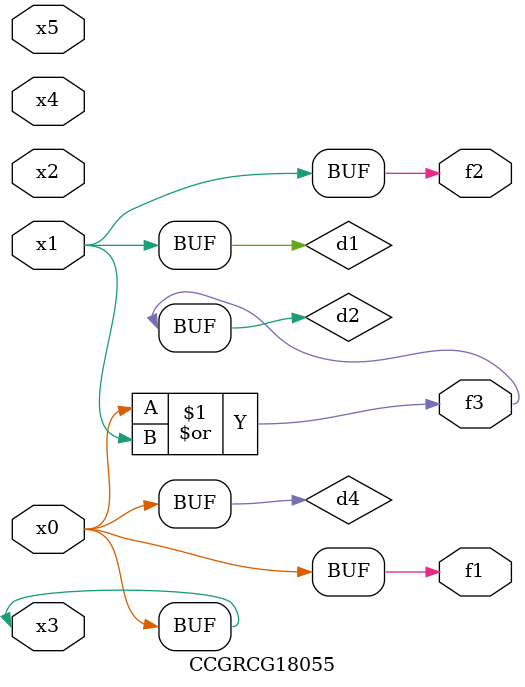
<source format=v>
module CCGRCG18055(
	input x0, x1, x2, x3, x4, x5,
	output f1, f2, f3
);

	wire d1, d2, d3, d4;

	and (d1, x1);
	or (d2, x0, x1);
	nand (d3, x0, x5);
	buf (d4, x0, x3);
	assign f1 = d4;
	assign f2 = d1;
	assign f3 = d2;
endmodule

</source>
